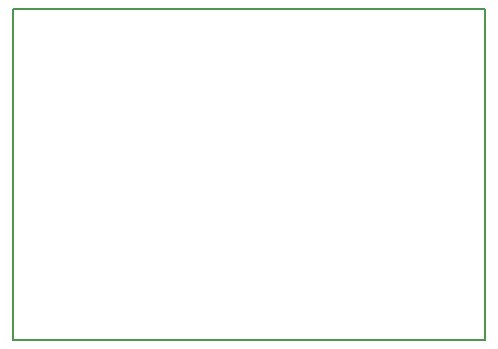
<source format=gbr>
%FSLAX34Y34*%
G04 Gerber Fmt 3.4, Leading zero omitted, Abs format*
G04 (created by PCBNEW (2014-04-07 BZR 4791)-product) date ons  9 apr 2014 20:45:43*
%MOIN*%
G01*
G70*
G90*
G04 APERTURE LIST*
%ADD10C,0.005906*%
G04 APERTURE END LIST*
G54D10*
X46850Y-45275D02*
X46850Y-34251D01*
X62598Y-45275D02*
X46850Y-45275D01*
X62598Y-34251D02*
X62598Y-45275D01*
X46850Y-34251D02*
X62598Y-34251D01*
M02*

</source>
